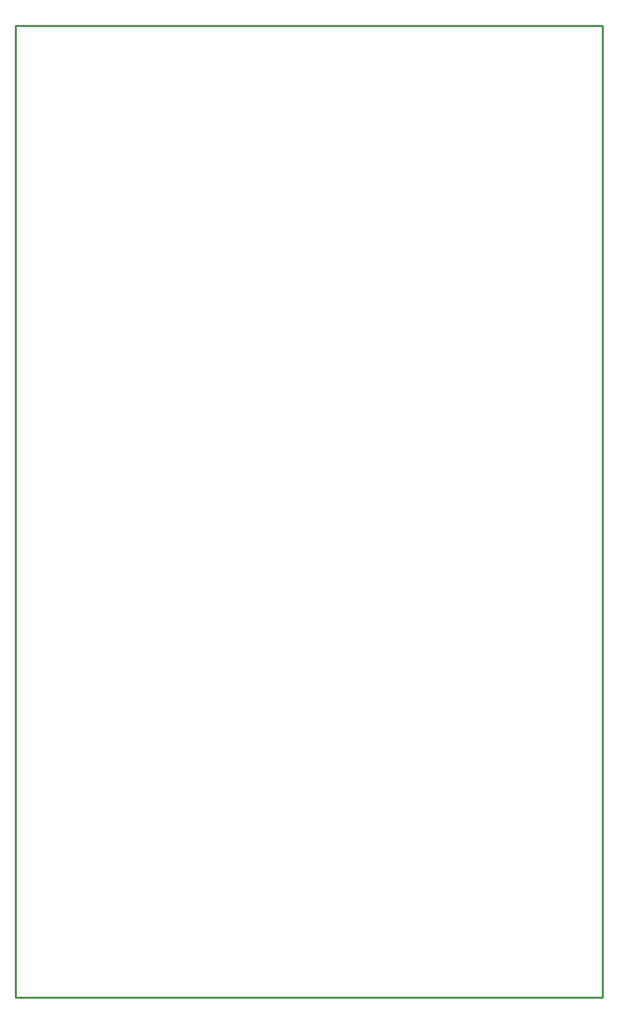
<source format=gm1>
G04*
G04 #@! TF.GenerationSoftware,Altium Limited,Altium Designer,23.1.1 (15)*
G04*
G04 Layer_Color=16711935*
%FSLAX44Y44*%
%MOMM*%
G71*
G04*
G04 #@! TF.SameCoordinates,903AE006-7F47-48BF-86F7-E966476BCC6D*
G04*
G04*
G04 #@! TF.FilePolarity,Positive*
G04*
G01*
G75*
%ADD73C,0.2540*%
D73*
X231140Y1440180D02*
X967740D01*
X967740Y219710D01*
X231140D02*
X967740D01*
X231140D02*
Y1440180D01*
M02*

</source>
